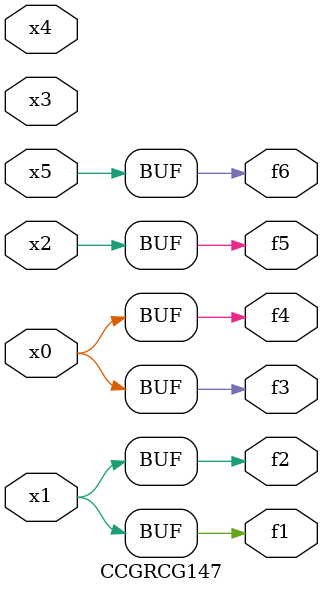
<source format=v>
module CCGRCG147(
	input x0, x1, x2, x3, x4, x5,
	output f1, f2, f3, f4, f5, f6
);
	assign f1 = x1;
	assign f2 = x1;
	assign f3 = x0;
	assign f4 = x0;
	assign f5 = x2;
	assign f6 = x5;
endmodule

</source>
